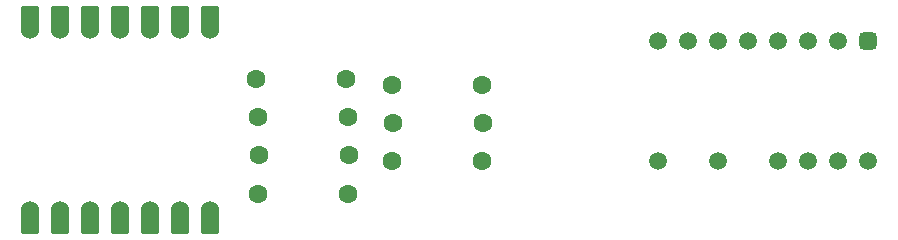
<source format=gbr>
%TF.GenerationSoftware,KiCad,Pcbnew,9.0.6*%
%TF.CreationDate,2026-01-12T08:11:24-05:00*%
%TF.ProjectId,clock,636c6f63-6b2e-46b6-9963-61645f706362,rev?*%
%TF.SameCoordinates,Original*%
%TF.FileFunction,Soldermask,Top*%
%TF.FilePolarity,Negative*%
%FSLAX46Y46*%
G04 Gerber Fmt 4.6, Leading zero omitted, Abs format (unit mm)*
G04 Created by KiCad (PCBNEW 9.0.6) date 2026-01-12 08:11:24*
%MOMM*%
%LPD*%
G01*
G04 APERTURE LIST*
G04 Aperture macros list*
%AMRoundRect*
0 Rectangle with rounded corners*
0 $1 Rounding radius*
0 $2 $3 $4 $5 $6 $7 $8 $9 X,Y pos of 4 corners*
0 Add a 4 corners polygon primitive as box body*
4,1,4,$2,$3,$4,$5,$6,$7,$8,$9,$2,$3,0*
0 Add four circle primitives for the rounded corners*
1,1,$1+$1,$2,$3*
1,1,$1+$1,$4,$5*
1,1,$1+$1,$6,$7*
1,1,$1+$1,$8,$9*
0 Add four rect primitives between the rounded corners*
20,1,$1+$1,$2,$3,$4,$5,0*
20,1,$1+$1,$4,$5,$6,$7,0*
20,1,$1+$1,$6,$7,$8,$9,0*
20,1,$1+$1,$8,$9,$2,$3,0*%
G04 Aperture macros list end*
%ADD10RoundRect,0.152400X-0.609600X1.063600X-0.609600X-1.063600X0.609600X-1.063600X0.609600X1.063600X0*%
%ADD11C,1.524000*%
%ADD12RoundRect,0.152400X0.609600X-1.063600X0.609600X1.063600X-0.609600X1.063600X-0.609600X-1.063600X0*%
%ADD13C,1.600000*%
%ADD14RoundRect,0.375000X-0.375000X0.375000X-0.375000X-0.375000X0.375000X-0.375000X0.375000X0.375000X0*%
%ADD15C,1.500000*%
G04 APERTURE END LIST*
D10*
%TO.C,U1*%
X85148500Y-123455000D03*
D11*
X85148500Y-122620000D03*
D10*
X87688500Y-123455000D03*
D11*
X87688500Y-122620000D03*
D10*
X90228500Y-123455000D03*
D11*
X90228500Y-122620000D03*
D10*
X92768500Y-123455000D03*
D11*
X92768500Y-122620000D03*
D10*
X95308500Y-123455000D03*
D11*
X95308500Y-122620000D03*
D10*
X97848500Y-123455000D03*
D11*
X97848500Y-122620000D03*
D10*
X100388500Y-123455000D03*
D11*
X100388500Y-122620000D03*
X100388500Y-107380000D03*
D12*
X100388500Y-106545000D03*
D11*
X97848500Y-107380000D03*
D12*
X97848500Y-106545000D03*
D11*
X95308500Y-107380000D03*
D12*
X95308500Y-106545000D03*
D11*
X92768500Y-107380000D03*
D12*
X92768500Y-106545000D03*
D11*
X90228500Y-107380000D03*
D12*
X90228500Y-106545000D03*
D11*
X87688500Y-107380000D03*
D12*
X87688500Y-106545000D03*
D11*
X85148500Y-107380000D03*
D12*
X85148500Y-106545000D03*
%TD*%
D13*
%TO.C,R6*%
X115880000Y-115250000D03*
X123500000Y-115250000D03*
%TD*%
%TO.C,R5*%
X123370000Y-112000000D03*
X115750000Y-112000000D03*
%TD*%
%TO.C,R4*%
X104380000Y-121250000D03*
X112000000Y-121250000D03*
%TD*%
D14*
%TO.C,U2*%
X156030000Y-108340000D03*
D15*
X153490000Y-108340000D03*
X150950000Y-108340000D03*
X148410000Y-108340000D03*
X145870000Y-108340000D03*
X143330000Y-108340000D03*
X140790000Y-108340000D03*
X138250000Y-108340000D03*
X138250000Y-118500000D03*
X143330000Y-118500000D03*
X148410000Y-118500000D03*
X150950000Y-118500000D03*
X153490000Y-118500000D03*
X156030000Y-118500000D03*
%TD*%
D13*
%TO.C,R7*%
X123370000Y-118500000D03*
X115750000Y-118500000D03*
%TD*%
%TO.C,R1*%
X111870000Y-111500000D03*
X104250000Y-111500000D03*
%TD*%
%TO.C,R3*%
X112120000Y-118000000D03*
X104500000Y-118000000D03*
%TD*%
%TO.C,R2*%
X112000000Y-114750000D03*
X104380000Y-114750000D03*
%TD*%
M02*

</source>
